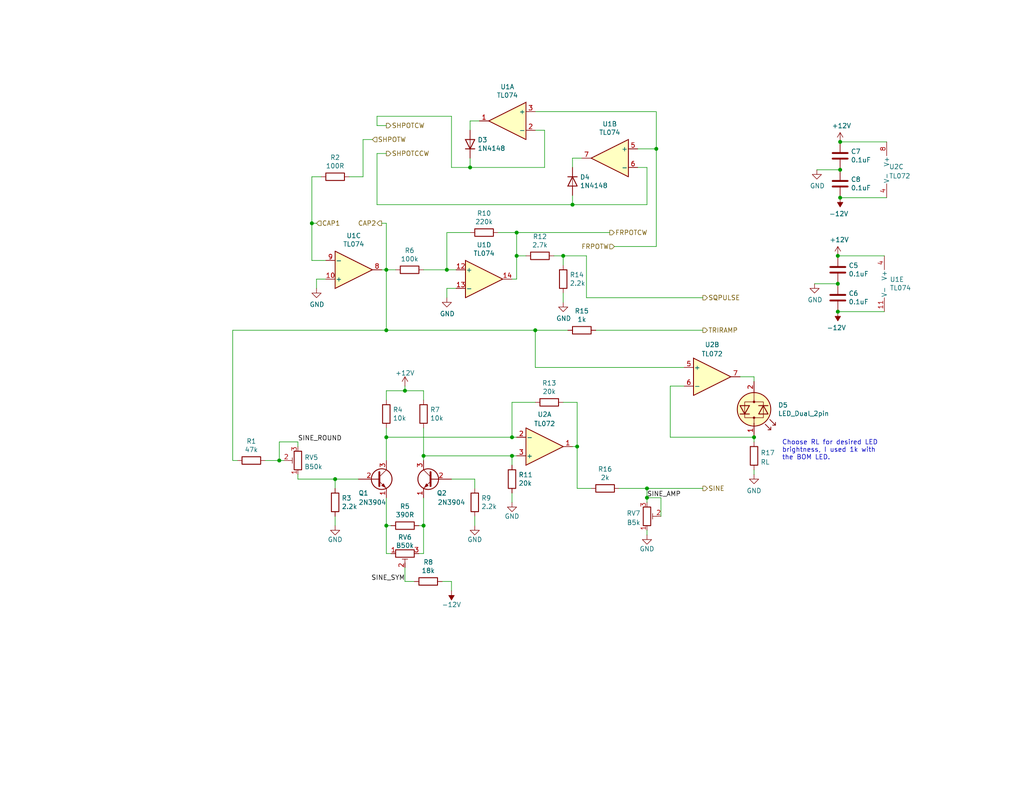
<source format=kicad_sch>
(kicad_sch (version 20211123) (generator eeschema)
  (paper "USLetter")
  (title_block (title "Variable waveshape LFO") (date "2022-03-28") (company "Rich Holmes / Analog Output") (comment 1 "Core based on https://kassu2000.blogspot.com/2015/10/variable-waveshape-lfo.html"))
  (lib_symbols
    (symbol "Amplifier_Operational:TL074" (pin_names (offset 0.127))
      (property "Reference" "U" (at 0 5.08 0))
      (property "Value" "TL074" (at 0 -5.08 0))
      (symbol "TL074_1_1"
        (polyline (pts (xy -5.08 5.08) (xy 5.08 0) (xy -5.08 -5.08) (xy -5.08 5.08)) (stroke (width 0.254)) (fill (type background)))
        (pin output line (at 7.62 0 180) (length 2.54) (name "~") (number "1"))
        (pin input line (at -7.62 -2.54 0) (length 2.54) (name "-") (number "2"))
        (pin input line (at -7.62 2.54 0) (length 2.54) (name "+") (number "3"))
      )
      (symbol "TL074_2_1"
        (polyline (pts (xy -5.08 5.08) (xy 5.08 0) (xy -5.08 -5.08) (xy -5.08 5.08)) (stroke (width 0.254)) (fill (type background)))
        (pin input line (at -7.62 2.54 0) (length 2.54) (name "+") (number "5"))
        (pin input line (at -7.62 -2.54 0) (length 2.54) (name "-") (number "6"))
        (pin output line (at 7.62 0 180) (length 2.54) (name "~") (number "7"))
      )
      (symbol "TL074_3_1"
        (polyline (pts (xy -5.08 5.08) (xy 5.08 0) (xy -5.08 -5.08) (xy -5.08 5.08)) (stroke (width 0.254)) (fill (type background)))
        (pin input line (at -7.62 2.54 0) (length 2.54) (name "+") (number "10"))
        (pin output line (at 7.62 0 180) (length 2.54) (name "~") (number "8"))
        (pin input line (at -7.62 -2.54 0) (length 2.54) (name "-") (number "9"))
      )
      (symbol "TL074_4_1"
        (polyline (pts (xy -5.08 5.08) (xy 5.08 0) (xy -5.08 -5.08) (xy -5.08 5.08)) (stroke (width 0.254)) (fill (type background)))
        (pin input line (at -7.62 2.54 0) (length 2.54) (name "+") (number "12"))
        (pin input line (at -7.62 -2.54 0) (length 2.54) (name "-") (number "13"))
        (pin output line (at 7.62 0 180) (length 2.54) (name "~") (number "14"))
      )
      (symbol "TL074_5_1"
        (pin power_in line (at -2.54 -7.62 90) (length 3.81) (name "V-") (number "11"))
        (pin power_in line (at -2.54 7.62 270) (length 3.81) (name "V+") (number "4"))
      )
    )
    (symbol "Device:C" (pin_numbers hide) (pin_names (offset 0.254))
      (property "Reference" "C" (at 0.635 2.54 0))
      (property "Value" "C" (at 0.635 -2.54 0))
      (symbol "C_0_1"
        (polyline (pts (xy -2.032 -0.762) (xy 2.032 -0.762)) (stroke (width 0.508)))
        (polyline (pts (xy -2.032 0.762) (xy 2.032 0.762)) (stroke (width 0.508)))
      )
      (symbol "C_1_1"
        (pin passive line (at 0 3.81 270) (length 2.794) (name "~") (number "1"))
        (pin passive line (at 0 -3.81 90) (length 2.794) (name "~") (number "2"))
      )
    )
    (symbol "Device:LED_Dual_Bidirectional" (pin_names (offset 0) hide)
      (property "Reference" "D" (at 0 5.715 0))
      (property "Value" "LED_Dual_Bidirectional" (at 0 -6.35 0))
      (symbol "LED_Dual_Bidirectional_0_1"
        (circle (center -2.032 0) (radius 0.254) (fill (type outline)))
        (polyline (pts (xy -4.572 0) (xy -2.54 0)))
        (polyline (pts (xy -2.032 0) (xy -2.54 0)))
        (polyline (pts (xy -1.016 3.81) (xy -1.016 1.27)) (stroke (width 0.254)))
        (polyline (pts (xy 1.27 -1.27) (xy 1.27 -3.81)) (stroke (width 0.254)))
        (polyline (pts (xy 4.064 0) (xy 2.286 0)) (fill (type outline)))
        (polyline (pts (xy 4.318 5.842) (xy 4.318 5.08)) (stroke (width 0.2032)))
        (polyline (pts (xy 5.588 4.572) (xy 5.588 3.81)) (stroke (width 0.2032)))
        (polyline (pts (xy 2.794 4.318) (xy 4.318 5.842) (xy 3.556 5.842)) (stroke (width 0.2032)))
        (polyline (pts (xy 4.064 3.048) (xy 5.588 4.572) (xy 4.826 4.572)) (stroke (width 0.2032)))
        (polyline (pts (xy -1.016 -1.27) (xy -1.016 -3.81) (xy 1.27 -2.54) (xy -1.016 -1.27)) (stroke (width 0.254)))
        (polyline (pts (xy 1.27 3.81) (xy 1.27 1.27) (xy -1.016 2.54) (xy 1.27 3.81)) (stroke (width 0.254)))
        (polyline (pts (xy 2.286 2.54) (xy -2.032 2.54) (xy -2.032 -2.54) (xy 2.286 -2.54) (xy 2.286 2.54)))
        (circle (center 0 0) (radius 4.572) (stroke (width 0.254)) (fill (type background)))
        (circle (center 2.286 0) (radius 0.254) (fill (type outline)))
      )
      (symbol "LED_Dual_Bidirectional_1_1"
        (pin input line (at 7.62 0 180) (length 3.81) (name "KA") (number "1"))
        (pin input line (at -7.62 0 0) (length 3.048) (name "AK") (number "2"))
      )
    )
    (symbol "Device:R" (pin_numbers hide) (pin_names (offset 0))
      (property "Reference" "R" (at 2.032 0 90))
      (property "Value" "R" (at 0 0 90))
      (symbol "R_0_1"
        (rectangle (start -1.016 -2.54) (end 1.016 2.54) (stroke (width 0.254)))
      )
      (symbol "R_1_1"
        (pin passive line (at 0 3.81 270) (length 1.27) (name "~") (number "1"))
        (pin passive line (at 0 -3.81 90) (length 1.27) (name "~") (number "2"))
      )
    )
    (symbol "Diode:1N4148" (pin_numbers hide) (pin_names (offset 1.016) hide)
      (property "Reference" "D" (at 0 2.54 0))
      (property "Value" "1N4148" (at 0 -2.54 0))
      (symbol "1N4148_0_1"
        (polyline (pts (xy -1.27 1.27) (xy -1.27 -1.27)) (stroke (width 0.254)))
        (polyline (pts (xy 1.27 0) (xy -1.27 0)))
        (polyline (pts (xy 1.27 1.27) (xy 1.27 -1.27) (xy -1.27 0) (xy 1.27 1.27)) (stroke (width 0.254)))
      )
      (symbol "1N4148_1_1"
        (pin passive line (at -3.81 0 0) (length 2.54) (name "K") (number "1"))
        (pin passive line (at 3.81 0 180) (length 2.54) (name "A") (number "2"))
      )
    )
    (symbol "ao_symbols:2N3904" (pin_names (offset 0) hide)
      (property "Reference" "Q" (at 5.08 1.905 0))
      (property "Value" "2N3904" (at 5.08 0 0))
      (symbol "2N3904_0_1"
        (polyline (pts (xy 0.635 0.635) (xy 2.54 2.54)))
        (polyline (pts (xy 0.635 -0.635) (xy 2.54 -2.54) (xy 2.54 -2.54)))
        (polyline (pts (xy 0.635 1.905) (xy 0.635 -1.905) (xy 0.635 -1.905)) (stroke (width 0.508)))
        (polyline (pts (xy 1.27 -1.778) (xy 1.778 -1.27) (xy 2.286 -2.286) (xy 1.27 -1.778) (xy 1.27 -1.778)) (fill (type outline)))
        (circle (center 1.27 0) (radius 2.8194) (stroke (width 0.254)))
      )
      (symbol "2N3904_1_1"
        (pin passive line (at 2.54 -5.08 90) (length 2.54) (name "E") (number "1"))
        (pin passive line (at -5.08 0 0) (length 5.715) (name "B") (number "2"))
        (pin passive line (at 2.54 5.08 270) (length 2.54) (name "C") (number "3"))
      )
    )
    (symbol "ao_symbols:R" (pin_numbers hide) (pin_names (offset 0))
      (property "Reference" "R" (at 2.032 0 90))
      (property "Value" "R" (at 0 0 90))
      (symbol "R_0_1"
        (rectangle (start -1.016 -2.54) (end 1.016 2.54) (stroke (width 0.254)))
      )
      (symbol "R_1_1"
        (pin passive line (at 0 3.81 270) (length 1.27) (name "~") (number "1"))
        (pin passive line (at 0 -3.81 90) (length 1.27) (name "~") (number "2"))
      )
    )
    (symbol "ao_symbols:R_POT_TRIM_3296W" (pin_names (offset 1.016) hide)
      (property "Reference" "RV" (at -4.445 0 90))
      (property "Value" "R_POT_TRIM_3296W" (at -2.54 0 90))
      (symbol "R_POT_TRIM_3296W_0_1"
        (polyline (pts (xy 1.524 0.762) (xy 1.524 -0.762)))
        (polyline (pts (xy 2.54 0) (xy 1.524 0)))
        (rectangle (start 1.016 2.54) (end -1.016 -2.54) (stroke (width 0.254)))
      )
      (symbol "R_POT_TRIM_3296W_1_1"
        (pin passive line (at 0 3.81 270) (length 1.27) (name "1") (number "1"))
        (pin passive line (at 3.81 0 180) (length 1.27) (name "2") (number "2"))
        (pin passive line (at 0 -3.81 90) (length 1.27) (name "3") (number "3"))
      )
    )
    (symbol "ao_symbols:TL072" (pin_names (offset 0.127))
      (property "Reference" "U" (at 0 5.08 0))
      (property "Value" "TL072" (at 0 -5.08 0))
      (symbol "TL072_1_1"
        (polyline (pts (xy -5.08 5.08) (xy 5.08 0) (xy -5.08 -5.08) (xy -5.08 5.08)) (stroke (width 0.254)) (fill (type background)))
        (pin output line (at 7.62 0 180) (length 2.54) (name "~") (number "1"))
        (pin input line (at -7.62 -2.54 0) (length 2.54) (name "-") (number "2"))
        (pin input line (at -7.62 2.54 0) (length 2.54) (name "+") (number "3"))
      )
      (symbol "TL072_2_1"
        (polyline (pts (xy -5.08 5.08) (xy 5.08 0) (xy -5.08 -5.08) (xy -5.08 5.08)) (stroke (width 0.254)) (fill (type background)))
        (pin input line (at -7.62 2.54 0) (length 2.54) (name "+") (number "5"))
        (pin input line (at -7.62 -2.54 0) (length 2.54) (name "-") (number "6"))
        (pin output line (at 7.62 0 180) (length 2.54) (name "~") (number "7"))
      )
      (symbol "TL072_3_1"
        (pin power_in line (at -2.54 -7.62 90) (length 3.81) (name "V-") (number "4"))
        (pin power_in line (at -2.54 7.62 270) (length 3.81) (name "V+") (number "8"))
      )
    )
    (symbol "power:+12V" (power) (pin_names (offset 0))
      (property "Value" "+12V" (at 0 3.556 0))
      (symbol "+12V_0_1"
        (polyline (pts (xy -0.762 1.27) (xy 0 2.54)))
        (polyline (pts (xy 0 0) (xy 0 2.54)))
        (polyline (pts (xy 0 2.54) (xy 0.762 1.27)))
      )
      (symbol "+12V_1_1"
        (pin power_in line (at 0 0 90) (length 0) hide (name "+12V") (number "1"))
      )
    )
    (symbol "power:-12V" (power) (pin_names (offset 0))
      (property "Value" "-12V" (at 0 3.81 0))
      (symbol "-12V_0_0"
        (pin power_in line (at 0 0 90) (length 0) hide (name "-12V") (number "1"))
      )
      (symbol "-12V_0_1"
        (polyline (pts (xy 0 0) (xy 0 1.27) (xy 0.762 1.27) (xy 0 2.54) (xy -0.762 1.27) (xy 0 1.27)) (fill (type outline)))
      )
    )
    (symbol "power:GND" (power) (pin_names (offset 0))
      (property "Value" "GND" (at 0 -3.81 0))
      (symbol "GND_0_1"
        (polyline (pts (xy 0 0) (xy 0 -1.27) (xy 1.27 -1.27) (xy 0 -2.54) (xy -1.27 -1.27) (xy 0 -1.27)))
      )
      (symbol "GND_1_1"
        (pin power_in line (at 0 0 270) (length 0) hide (name "GND") (number "1"))
      )
    )
  )
  (junction (at 153.67 69.85))
  (junction (at 229.235 53.975))
  (junction (at 85.09 60.96))
  (junction (at 115.57 124.46))
  (junction (at 115.57 143.51))
  (junction (at 146.05 90.17))
  (junction (at 91.44 130.81))
  (junction (at 139.7 124.46))
  (junction (at 121.92 73.66))
  (junction (at 228.6 69.85))
  (junction (at 228.6 77.47))
  (junction (at 176.53 133.35))
  (junction (at 105.41 143.51))
  (junction (at 105.41 90.17))
  (junction (at 179.07 40.64))
  (junction (at 76.2 125.73))
  (junction (at 176.53 135.89))
  (junction (at 140.97 69.85))
  (junction (at 128.27 45.72))
  (junction (at 157.48 121.92))
  (junction (at 105.41 73.66))
  (junction (at 156.21 55.88))
  (junction (at 229.235 46.355))
  (junction (at 140.97 63.5))
  (junction (at 229.235 38.735))
  (junction (at 110.49 106.68))
  (junction (at 205.74 119.38))
  (junction (at 139.7 119.38))
  (junction (at 105.41 119.38))
  (junction (at 228.6 85.09))
  (wire (pts (xy 140.97 63.5) (xy 140.97 69.85)))
  (wire (pts (xy 176.53 137.16) (xy 176.53 135.89)))
  (wire (pts (xy 81.28 130.81) (xy 91.44 130.81)))
  (wire (pts (xy 102.87 55.88) (xy 156.21 55.88)))
  (wire (pts (xy 88.9 76.2) (xy 86.36 76.2)))
  (wire (pts (xy 115.57 143.51) (xy 115.57 151.13)))
  (wire (pts (xy 176.53 55.88) (xy 176.53 45.72)))
  (wire (pts (xy 115.57 151.13) (xy 114.3 151.13)))
  (wire (pts (xy 128.27 35.56) (xy 128.27 33.02)))
  (wire (pts (xy 157.48 133.35) (xy 161.29 133.35)))
  (wire (pts (xy 139.7 119.38) (xy 140.97 119.38)))
  (wire (pts (xy 105.41 90.17) (xy 146.05 90.17)))
  (wire (pts (xy 99.06 38.1) (xy 101.6 38.1)))
  (wire (pts (xy 85.09 71.12) (xy 88.9 71.12)))
  (wire (pts (xy 85.09 60.96) (xy 86.36 60.96)))
  (wire (pts (xy 91.44 130.81) (xy 97.79 130.81)))
  (wire (pts (xy 129.54 140.97) (xy 129.54 143.51)))
  (wire (pts (xy 114.3 143.51) (xy 115.57 143.51)))
  (wire (pts (xy 63.5 125.73) (xy 63.5 90.17)))
  (wire (pts (xy 85.09 48.26) (xy 85.09 60.96)))
  (wire (pts (xy 222.25 77.47) (xy 228.6 77.47)))
  (wire (pts (xy 128.27 63.5) (xy 121.92 63.5)))
  (wire (pts (xy 157.48 109.855) (xy 157.48 121.92)))
  (wire (pts (xy 182.88 119.38) (xy 205.74 119.38)))
  (wire (pts (xy 153.67 69.85) (xy 160.02 69.85)))
  (wire (pts (xy 63.5 90.17) (xy 105.41 90.17)))
  (wire (pts (xy 115.57 73.66) (xy 121.92 73.66)))
  (wire (pts (xy 91.44 140.97) (xy 91.44 143.51)))
  (wire (pts (xy 160.02 81.28) (xy 160.02 69.85)))
  (wire (pts (xy 105.41 73.66) (xy 105.41 90.17)))
  (wire (pts (xy 228.6 85.09) (xy 241.3 85.09)))
  (wire (pts (xy 146.05 90.17) (xy 146.05 100.33)))
  (wire (pts (xy 146.05 30.48) (xy 179.07 30.48)))
  (wire (pts (xy 156.21 43.18) (xy 158.75 43.18)))
  (wire (pts (xy 105.41 125.73) (xy 105.41 119.38)))
  (wire (pts (xy 156.21 53.34) (xy 156.21 55.88)))
  (wire (pts (xy 115.57 109.22) (xy 115.57 106.68)))
  (wire (pts (xy 81.28 120.65) (xy 76.2 120.65)))
  (wire (pts (xy 176.53 133.35) (xy 191.77 133.35)))
  (wire (pts (xy 153.67 72.39) (xy 153.67 69.85)))
  (wire (pts (xy 139.7 124.46) (xy 140.97 124.46)))
  (wire (pts (xy 168.91 133.35) (xy 176.53 133.35)))
  (wire (pts (xy 180.34 135.89) (xy 176.53 135.89)))
  (wire (pts (xy 105.41 143.51) (xy 105.41 151.13)))
  (wire (pts (xy 63.5 125.73) (xy 64.77 125.73)))
  (wire (pts (xy 115.57 125.73) (xy 115.57 124.46)))
  (wire (pts (xy 129.54 130.81) (xy 129.54 133.35)))
  (wire (pts (xy 91.44 130.81) (xy 91.44 133.35)))
  (wire (pts (xy 153.67 69.85) (xy 151.13 69.85)))
  (wire (pts (xy 186.69 105.41) (xy 182.88 105.41)))
  (wire (pts (xy 139.7 134.62) (xy 139.7 137.16)))
  (wire (pts (xy 228.6 69.85) (xy 241.3 69.85)))
  (wire (pts (xy 176.53 146.05) (xy 176.53 144.78)))
  (wire (pts (xy 148.59 35.56) (xy 146.05 35.56)))
  (wire (pts (xy 123.19 31.75) (xy 123.19 45.72)))
  (wire (pts (xy 140.97 63.5) (xy 166.37 63.5)))
  (wire (pts (xy 146.05 90.17) (xy 154.94 90.17)))
  (wire (pts (xy 115.57 124.46) (xy 115.57 116.84)))
  (wire (pts (xy 157.48 121.92) (xy 156.21 121.92)))
  (wire (pts (xy 87.63 48.26) (xy 85.09 48.26)))
  (wire (pts (xy 139.7 109.855) (xy 139.7 119.38)))
  (wire (pts (xy 115.57 106.68) (xy 110.49 106.68)))
  (wire (pts (xy 105.41 135.89) (xy 105.41 143.51)))
  (wire (pts (xy 95.25 48.26) (xy 99.06 48.26)))
  (wire (pts (xy 182.88 105.41) (xy 182.88 119.38)))
  (wire (pts (xy 140.97 69.85) (xy 140.97 76.2)))
  (wire (pts (xy 139.7 76.2) (xy 140.97 76.2)))
  (wire (pts (xy 205.74 120.65) (xy 205.74 119.38)))
  (wire (pts (xy 156.21 55.88) (xy 176.53 55.88)))
  (wire (pts (xy 205.74 102.87) (xy 205.74 104.14)))
  (wire (pts (xy 86.36 76.2) (xy 86.36 78.74)))
  (wire (pts (xy 229.235 38.735) (xy 241.935 38.735)))
  (wire (pts (xy 105.41 109.22) (xy 105.41 106.68)))
  (wire (pts (xy 106.68 151.13) (xy 105.41 151.13)))
  (wire (pts (xy 121.92 63.5) (xy 121.92 73.66)))
  (wire (pts (xy 123.19 130.81) (xy 129.54 130.81)))
  (wire (pts (xy 81.28 129.54) (xy 81.28 130.81)))
  (wire (pts (xy 179.07 40.64) (xy 179.07 67.31)))
  (wire (pts (xy 229.235 53.975) (xy 241.935 53.975)))
  (wire (pts (xy 128.27 43.18) (xy 128.27 45.72)))
  (wire (pts (xy 106.68 143.51) (xy 105.41 143.51)))
  (wire (pts (xy 102.87 31.75) (xy 123.19 31.75)))
  (wire (pts (xy 128.27 45.72) (xy 148.59 45.72)))
  (wire (pts (xy 104.14 73.66) (xy 105.41 73.66)))
  (wire (pts (xy 99.06 38.1) (xy 99.06 48.26)))
  (wire (pts (xy 160.02 81.28) (xy 191.77 81.28)))
  (wire (pts (xy 124.46 78.74) (xy 121.92 78.74)))
  (wire (pts (xy 153.67 82.55) (xy 153.67 80.01)))
  (wire (pts (xy 205.74 129.54) (xy 205.74 128.27)))
  (wire (pts (xy 156.21 45.72) (xy 156.21 43.18)))
  (wire (pts (xy 115.57 124.46) (xy 139.7 124.46)))
  (wire (pts (xy 102.87 34.29) (xy 105.41 34.29)))
  (wire (pts (xy 102.87 34.29) (xy 102.87 31.75)))
  (wire (pts (xy 105.41 106.68) (xy 110.49 106.68)))
  (wire (pts (xy 180.34 140.97) (xy 180.34 135.89)))
  (wire (pts (xy 76.2 120.65) (xy 76.2 125.73)))
  (wire (pts (xy 104.14 60.96) (xy 105.41 60.96)))
  (wire (pts (xy 121.92 73.66) (xy 124.46 73.66)))
  (wire (pts (xy 176.53 45.72) (xy 173.99 45.72)))
  (wire (pts (xy 110.49 105.41) (xy 110.49 106.68)))
  (wire (pts (xy 76.2 125.73) (xy 77.47 125.73)))
  (wire (pts (xy 105.41 60.96) (xy 105.41 73.66)))
  (wire (pts (xy 146.05 100.33) (xy 186.69 100.33)))
  (wire (pts (xy 115.57 135.89) (xy 115.57 143.51)))
  (wire (pts (xy 105.41 73.66) (xy 107.95 73.66)))
  (wire (pts (xy 157.48 133.35) (xy 157.48 121.92)))
  (wire (pts (xy 153.67 109.855) (xy 157.48 109.855)))
  (wire (pts (xy 135.89 63.5) (xy 140.97 63.5)))
  (wire (pts (xy 146.05 109.855) (xy 139.7 109.855)))
  (wire (pts (xy 179.07 30.48) (xy 179.07 40.64)))
  (wire (pts (xy 162.56 90.17) (xy 191.77 90.17)))
  (wire (pts (xy 105.41 119.38) (xy 105.41 116.84)))
  (wire (pts (xy 123.19 158.75) (xy 123.19 161.29)))
  (wire (pts (xy 113.03 158.75) (xy 110.49 158.75)))
  (wire (pts (xy 123.19 45.72) (xy 128.27 45.72)))
  (wire (pts (xy 128.27 33.02) (xy 130.81 33.02)))
  (wire (pts (xy 173.99 40.64) (xy 179.07 40.64)))
  (wire (pts (xy 81.28 121.92) (xy 81.28 120.65)))
  (wire (pts (xy 148.59 45.72) (xy 148.59 35.56)))
  (wire (pts (xy 176.53 135.89) (xy 176.53 133.35)))
  (wire (pts (xy 85.09 60.96) (xy 85.09 71.12)))
  (wire (pts (xy 102.87 41.91) (xy 105.41 41.91)))
  (wire (pts (xy 72.39 125.73) (xy 76.2 125.73)))
  (wire (pts (xy 222.885 46.355) (xy 229.235 46.355)))
  (wire (pts (xy 105.41 119.38) (xy 139.7 119.38)))
  (wire (pts (xy 201.93 102.87) (xy 205.74 102.87)))
  (wire (pts (xy 120.65 158.75) (xy 123.19 158.75)))
  (wire (pts (xy 121.92 78.74) (xy 121.92 81.28)))
  (wire (pts (xy 102.87 41.91) (xy 102.87 55.88)))
  (wire (pts (xy 110.49 154.94) (xy 110.49 158.75)))
  (wire (pts (xy 140.97 69.85) (xy 143.51 69.85)))
  (wire (pts (xy 139.7 127) (xy 139.7 124.46)))
  (wire (pts (xy 167.64 67.31) (xy 179.07 67.31)))
  (text "Choose RL for desired LED\nbrightness, I used 1k with\nthe BOM LED." (at 213.36 125.73 0) (effects (font (size 1.27 1.27)) (justify left bottom)))
  (label "SINE_ROUND" (at 81.28 120.65 0))
  (label "SINE_AMP" (at 176.53 135.89 0))
  (label "SINE_SYM" (at 110.49 158.75 180))
  (hierarchical_label "SHPOTCW" (shape output) (at 105.41 34.29 0))
  (hierarchical_label "SQPULSE" (shape output) (at 191.77 81.28 0))
  (hierarchical_label "CAP2" (shape output) (at 104.14 60.96 180))
  (hierarchical_label "TRIRAMP" (shape output) (at 191.77 90.17 0))
  (hierarchical_label "SHPOTCCW" (shape output) (at 105.41 41.91 0))
  (hierarchical_label "FRPOTCW" (shape output) (at 166.37 63.5 0))
  (hierarchical_label "CAP1" (shape input) (at 86.36 60.96 0))
  (hierarchical_label "SINE" (shape output) (at 191.77 133.35 0))
  (hierarchical_label "FRPOTW" (shape input) (at 167.64 67.31 180))
  (hierarchical_label "SHPOTW" (shape input) (at 101.6 38.1 0))
  (symbol (lib_id "Device:R") (at 91.44 48.26 270) (unit 1)
    (property "Reference" "R2" (at 91.44 43.0022 90))
    (property "Value" "100R" (at 91.44 45.3136 90))
    (property "Footprint" "ao_tht:R_Axial_DIN0207_L6.3mm_D2.5mm_P10.16mm_Horizontal" (effects hide))
    (property "Vendor" "Tayda" (effects hide))
  )
  (symbol (lib_id "ao_symbols:R_POT_TRIM_3296W") (at 176.53 140.97 0) (mirror x) (unit 1)
    (property "Reference" "RV7" (at 174.7521 140.1353 0) (effects (justify right)))
    (property "Value" "B5k" (at 174.7521 142.6722 0) (effects (justify right)))
    (property "Footprint" "ao_tht:Potentiometer_Bourns_3296W_Vertical_standard" (effects hide))
    (property "Vendor" "Tayda" (effects hide))
    (property "SKU" "A-597" (effects hide))
  )
  (symbol (lib_id "Amplifier_Operational:TL074") (at 132.08 76.2 0) (unit 4)
    (property "Reference" "U1" (at 132.08 66.8782 0))
    (property "Value" "TL074" (at 132.08 69.1896 0))
    (property "Footprint" "ao_tht:DIP-14_W7.62mm_Socket_LongPads" (effects hide))
    (property "Datasheet" "http://www.ti.com/lit/ds/symlink/tl071.pdf" (effects hide))
    (property "SKU" "A-1138" (effects hide))
    (property "Vendor" "Tayda" (effects hide))
  )
  (symbol (lib_id "ao_symbols:R") (at 68.58 125.73 270) (unit 1)
    (property "Reference" "R1" (at 68.58 120.4722 90))
    (property "Value" "47k" (at 68.58 122.7836 90))
    (property "Footprint" "ao_tht:R_Axial_DIN0207_L6.3mm_D2.5mm_P10.16mm_Horizontal" (effects hide))
    (property "Vendor" "Tayda" (effects hide))
  )
  (symbol (lib_id "ao_symbols:R") (at 91.44 137.16 0) (unit 1)
    (property "Reference" "R3" (at 93.218 135.9916 0) (effects (justify left)))
    (property "Value" "2.2k" (at 93.218 138.303 0) (effects (justify left)))
    (property "Footprint" "ao_tht:R_Axial_DIN0207_L6.3mm_D2.5mm_P10.16mm_Horizontal" (effects hide))
    (property "Vendor" "Tayda" (effects hide))
  )
  (symbol (lib_id "power:-12V") (at 123.19 161.29 180) (unit 1)
    (property "Reference" "#PWR023" (effects hide))
    (property "Value" "-12V" (at 123.19 165.1 0))
  )
  (symbol (lib_id "Device:LED_Dual_Bidirectional") (at 205.74 111.76 270) (unit 1)
    (property "Reference" "D5" (at 212.2932 110.5916 90) (effects (justify left)))
    (property "Value" "LED_Dual_2pin" (at 212.2932 112.903 90) (effects (justify left)))
    (property "Footprint" "ao_tht:LED_D5.0mm" (effects hide))
    (property "SKU" "A-1050" (effects hide))
    (property "Vendor" "Tayda" (effects hide))
  )
  (symbol (lib_id "ao_symbols:R") (at 153.67 76.2 0) (unit 1)
    (property "Reference" "R14" (at 155.448 75.0316 0) (effects (justify left)))
    (property "Value" "2.2k" (at 155.448 77.343 0) (effects (justify left)))
    (property "Footprint" "ao_tht:R_Axial_DIN0207_L6.3mm_D2.5mm_P10.16mm_Horizontal" (effects hide))
    (property "Vendor" "Tayda" (effects hide))
  )
  (symbol (lib_id "power:GND") (at 129.54 143.51 0) (unit 1)
    (property "Reference" "#PWR024" (effects hide))
    (property "Value" "GND" (at 129.54 147.32 0))
  )
  (symbol (lib_id "ao_symbols:2N3904") (at 102.87 130.81 0) (unit 1)
    (property "Reference" "Q1" (at 97.79 134.62 0) (effects (justify left)))
    (property "Value" "2N3904" (at 119.38 137.16 0) (effects (justify left)))
    (property "Footprint" "ao_tht:TO-92_Inline_Wide" (effects hide))
    (property "Vendor" "Tayda" (effects hide))
    (property "SKU" "A-111" (effects hide))
  )
  (symbol (lib_id "ao_symbols:TL072") (at 244.475 46.355 0) (unit 3)
    (property "Reference" "U2" (at 242.57 45.5203 0) (effects (justify left)))
    (property "Value" "TL072" (at 242.57 48.0572 0) (effects (justify left)))
    (property "Footprint" "ao_tht:DIP-8_W7.62mm_Socket_LongPads" (effects hide))
    (property "Vendor" "Tayda" (effects hide))
    (property "SKU" "A-037" (effects hide))
  )
  (symbol (lib_id "power:GND") (at 222.25 77.47 0) (unit 1)
    (property "Reference" "#PWR029" (effects hide))
    (property "Value" "GND" (at 222.377 81.8642 0))
  )
  (symbol (lib_id "power:GND") (at 153.67 82.55 0) (unit 1)
    (property "Reference" "#PWR026" (effects hide))
    (property "Value" "GND" (at 153.797 86.9442 0))
  )
  (symbol (lib_id "ao_symbols:R_POT_TRIM_3296W") (at 81.28 125.73 180) (unit 1)
    (property "Reference" "RV5" (at 83.058 124.8953 0) (effects (justify right)))
    (property "Value" "B50k" (at 83.058 127.4322 0) (effects (justify right)))
    (property "Footprint" "ao_tht:Potentiometer_Bourns_3296W_Vertical_standard" (effects hide))
    (property "Vendor" "Tayda" (effects hide))
    (property "SKU" "A-598" (effects hide))
  )
  (symbol (lib_id "power:-12V") (at 229.235 53.975 180) (unit 1)
    (property "Reference" "#PWR034" (effects hide))
    (property "Value" "-12V" (at 228.854 58.3692 0))
  )
  (symbol (lib_id "Device:C") (at 229.235 42.545 0) (unit 1)
    (property "Reference" "C7" (at 232.156 41.3766 0) (effects (justify left)))
    (property "Value" "0.1uF" (at 232.156 43.688 0) (effects (justify left)))
    (property "Footprint" "ao_tht:C_Disc_D3.0mm_W1.6mm_P2.50mm" (effects hide))
    (property "Description" "Ceramic capacitor, pitch 2.5 mm" (effects hide))
    (property "SKU" "A-553" (effects hide))
    (property "Vendor" "Tayda" (effects hide))
  )
  (symbol (lib_id "power:GND") (at 222.885 46.355 0) (unit 1)
    (property "Reference" "#PWR030" (effects hide))
    (property "Value" "GND" (at 223.012 50.7492 0))
  )
  (symbol (lib_id "power:+12V") (at 110.49 105.41 0) (unit 1)
    (property "Reference" "#PWR021" (effects hide))
    (property "Value" "+12V" (at 110.49 101.854 0))
  )
  (symbol (lib_id "Diode:1N4148") (at 128.27 39.37 90) (unit 1)
    (property "Reference" "D3" (at 130.302 38.2016 90) (effects (justify right)))
    (property "Value" "1N4148" (at 130.302 40.513 90) (effects (justify right)))
    (property "Footprint" "ao_tht:D_DO-35_SOD27_P7.62mm_Horizontal" (effects hide))
    (property "Datasheet" "https://assets.nexperia.com/documents/data-sheet/1N4148_1N4448.pdf" (effects hide))
    (property "SKU" "A-157" (effects hide))
    (property "Vendor" "Tayda" (effects hide))
  )
  (symbol (lib_id "ao_symbols:R") (at 129.54 137.16 0) (unit 1)
    (property "Reference" "R9" (at 131.318 135.9916 0) (effects (justify left)))
    (property "Value" "2.2k" (at 131.318 138.303 0) (effects (justify left)))
    (property "Footprint" "ao_tht:R_Axial_DIN0207_L6.3mm_D2.5mm_P10.16mm_Horizontal" (effects hide))
    (property "Vendor" "Tayda" (effects hide))
  )
  (symbol (lib_id "ao_symbols:R") (at 139.7 130.81 0) (unit 1)
    (property "Reference" "R11" (at 141.478 129.6416 0) (effects (justify left)))
    (property "Value" "20k" (at 141.478 131.953 0) (effects (justify left)))
    (property "Footprint" "ao_tht:R_Axial_DIN0207_L6.3mm_D2.5mm_P10.16mm_Horizontal" (effects hide))
    (property "Vendor" "Tayda" (effects hide))
  )
  (symbol (lib_id "ao_symbols:R") (at 205.74 124.46 0) (unit 1)
    (property "Reference" "R17" (at 207.518 123.6253 0) (effects (justify left)))
    (property "Value" "RL" (at 207.518 126.1622 0) (effects (justify left)))
    (property "Footprint" "ao_tht:R_Axial_DIN0207_L6.3mm_D2.5mm_P10.16mm_Horizontal" (effects hide))
    (property "Vendor" "Tayda" (effects hide))
  )
  (symbol (lib_id "Device:R") (at 147.32 69.85 270) (unit 1)
    (property "Reference" "R12" (at 147.32 64.5922 90))
    (property "Value" "2.7k" (at 147.32 66.9036 90))
    (property "Footprint" "ao_tht:R_Axial_DIN0207_L6.3mm_D2.5mm_P10.16mm_Horizontal" (effects hide))
    (property "Vendor" "Tayda" (effects hide))
  )
  (symbol (lib_id "ao_symbols:2N3904") (at 118.11 130.81 0) (mirror y) (unit 1)
    (property "Reference" "Q2" (at 121.92 134.62 0) (effects (justify left)))
    (property "Value" "2N3904" (at 105.41 137.16 0) (effects (justify left)))
    (property "Footprint" "ao_tht:TO-92_Inline_Wide" (effects hide))
    (property "Vendor" "Tayda" (effects hide))
    (property "SKU" "A-111" (effects hide))
  )
  (symbol (lib_id "power:+12V") (at 228.6 69.85 0) (unit 1)
    (property "Reference" "#PWR031" (effects hide))
    (property "Value" "+12V" (at 228.981 65.4558 0))
  )
  (symbol (lib_id "Amplifier_Operational:TL074") (at 96.52 73.66 0) (mirror x) (unit 3)
    (property "Reference" "U1" (at 96.52 64.3382 0))
    (property "Value" "TL074" (at 96.52 66.6496 0))
    (property "Footprint" "ao_tht:DIP-14_W7.62mm_Socket_LongPads" (effects hide))
    (property "Datasheet" "http://www.ti.com/lit/ds/symlink/tl071.pdf" (effects hide))
    (property "SKU" "A-1138" (effects hide))
    (property "Vendor" "Tayda" (effects hide))
  )
  (symbol (lib_id "Device:C") (at 229.235 50.165 0) (unit 1)
    (property "Reference" "C8" (at 232.156 48.9966 0) (effects (justify left)))
    (property "Value" "0.1uF" (at 232.156 51.308 0) (effects (justify left)))
    (property "Footprint" "ao_tht:C_Disc_D3.0mm_W1.6mm_P2.50mm" (effects hide))
    (property "Description" "Ceramic capacitor, pitch 2.5 mm" (effects hide))
    (property "SKU" "A-553" (effects hide))
    (property "Vendor" "Tayda" (effects hide))
  )
  (symbol (lib_id "power:GND") (at 176.53 146.05 0) (unit 1)
    (property "Reference" "#PWR027" (effects hide))
    (property "Value" "GND" (at 176.53 149.86 0))
  )
  (symbol (lib_id "power:GND") (at 139.7 137.16 0) (unit 1)
    (property "Reference" "#PWR025" (effects hide))
    (property "Value" "GND" (at 139.7 140.97 0))
  )
  (symbol (lib_id "power:GND") (at 86.36 78.74 0) (unit 1)
    (property "Reference" "#PWR019" (effects hide))
    (property "Value" "GND" (at 86.487 83.1342 0))
  )
  (symbol (lib_id "Device:R") (at 111.76 73.66 270) (unit 1)
    (property "Reference" "R6" (at 111.76 68.4022 90))
    (property "Value" "100k" (at 111.76 70.7136 90))
    (property "Footprint" "ao_tht:R_Axial_DIN0207_L6.3mm_D2.5mm_P10.16mm_Horizontal" (effects hide))
    (property "Vendor" "Tayda" (effects hide))
  )
  (symbol (lib_id "Amplifier_Operational:TL074") (at 138.43 33.02 0) (mirror y) (unit 1)
    (property "Reference" "U1" (at 138.43 23.6982 0))
    (property "Value" "TL074" (at 138.43 26.0096 0))
    (property "Footprint" "ao_tht:DIP-14_W7.62mm_Socket_LongPads" (effects hide))
    (property "Datasheet" "http://www.ti.com/lit/ds/symlink/tl071.pdf" (effects hide))
    (property "SKU" "A-1138" (effects hide))
    (property "Vendor" "Tayda" (effects hide))
  )
  (symbol (lib_id "Device:C") (at 228.6 73.66 0) (unit 1)
    (property "Reference" "C5" (at 231.521 72.4916 0) (effects (justify left)))
    (property "Value" "0.1uF" (at 231.521 74.803 0) (effects (justify left)))
    (property "Footprint" "ao_tht:C_Disc_D3.0mm_W1.6mm_P2.50mm" (effects hide))
    (property "Description" "Ceramic capacitor, pitch 2.5 mm" (effects hide))
    (property "SKU" "A-553" (effects hide))
    (property "Vendor" "Tayda" (effects hide))
  )
  (symbol (lib_id "Amplifier_Operational:TL074") (at 166.37 43.18 0) (mirror y) (unit 2)
    (property "Reference" "U1" (at 166.37 33.8582 0))
    (property "Value" "TL074" (at 166.37 36.1696 0))
    (property "Footprint" "ao_tht:DIP-14_W7.62mm_Socket_LongPads" (effects hide))
    (property "Datasheet" "http://www.ti.com/lit/ds/symlink/tl071.pdf" (effects hide))
    (property "SKU" "A-1138" (effects hide))
    (property "Vendor" "Tayda" (effects hide))
  )
  (symbol (lib_id "ao_symbols:R") (at 115.57 113.03 0) (unit 1)
    (property "Reference" "R7" (at 117.348 111.8616 0) (effects (justify left)))
    (property "Value" "10k" (at 117.348 114.173 0) (effects (justify left)))
    (property "Footprint" "ao_tht:R_Axial_DIN0207_L6.3mm_D2.5mm_P10.16mm_Horizontal" (effects hide))
    (property "Vendor" "Tayda" (effects hide))
  )
  (symbol (lib_id "ao_symbols:R") (at 116.84 158.75 270) (unit 1)
    (property "Reference" "R8" (at 116.84 153.4922 90))
    (property "Value" "18k" (at 116.84 155.8036 90))
    (property "Footprint" "ao_tht:R_Axial_DIN0207_L6.3mm_D2.5mm_P10.16mm_Horizontal" (effects hide))
    (property "Vendor" "Tayda" (effects hide))
  )
  (symbol (lib_id "Device:C") (at 228.6 81.28 0) (unit 1)
    (property "Reference" "C6" (at 231.521 80.1116 0) (effects (justify left)))
    (property "Value" "0.1uF" (at 231.521 82.423 0) (effects (justify left)))
    (property "Footprint" "ao_tht:C_Disc_D3.0mm_W1.6mm_P2.50mm" (effects hide))
    (property "Description" "Ceramic capacitor, pitch 2.5 mm" (effects hide))
    (property "SKU" "A-553" (effects hide))
    (property "Vendor" "Tayda" (effects hide))
  )
  (symbol (lib_id "Device:R") (at 132.08 63.5 270) (unit 1)
    (property "Reference" "R10" (at 132.08 58.2422 90))
    (property "Value" "220k" (at 132.08 60.5536 90))
    (property "Footprint" "ao_tht:R_Axial_DIN0207_L6.3mm_D2.5mm_P10.16mm_Horizontal" (effects hide))
    (property "Vendor" "Tayda" (effects hide))
  )
  (symbol (lib_id "Diode:1N4148") (at 156.21 49.53 90) (mirror x) (unit 1)
    (property "Reference" "D4" (at 158.242 48.3616 90) (effects (justify right)))
    (property "Value" "1N4148" (at 158.242 50.673 90) (effects (justify right)))
    (property "Footprint" "ao_tht:D_DO-35_SOD27_P7.62mm_Horizontal" (effects hide))
    (property "Datasheet" "https://assets.nexperia.com/documents/data-sheet/1N4148_1N4448.pdf" (effects hide))
    (property "SKU" "A-157" (effects hide))
    (property "Vendor" "Tayda" (effects hide))
  )
  (symbol (lib_id "power:GND") (at 91.44 143.51 0) (unit 1)
    (property "Reference" "#PWR020" (effects hide))
    (property "Value" "GND" (at 91.44 147.32 0))
  )
  (symbol (lib_id "ao_symbols:R") (at 165.1 133.35 270) (unit 1)
    (property "Reference" "R16" (at 165.1 128.0922 90))
    (property "Value" "2k" (at 165.1 130.4036 90))
    (property "Footprint" "ao_tht:R_Axial_DIN0207_L6.3mm_D2.5mm_P10.16mm_Horizontal" (effects hide))
    (property "Vendor" "Tayda" (effects hide))
  )
  (symbol (lib_id "ao_symbols:TL072") (at 148.59 121.92 0) (mirror x) (unit 1)
    (property "Reference" "U2" (at 148.59 113.1402 0))
    (property "Value" "TL072" (at 148.59 115.6771 0))
    (property "Footprint" "ao_tht:DIP-8_W7.62mm_Socket_LongPads" (effects hide))
    (property "Vendor" "Tayda" (effects hide))
    (property "SKU" "A-037" (effects hide))
  )
  (symbol (lib_id "ao_symbols:R") (at 149.86 109.855 270) (unit 1)
    (property "Reference" "R13" (at 149.86 104.5972 90))
    (property "Value" "20k" (at 149.86 106.9086 90))
    (property "Footprint" "ao_tht:R_Axial_DIN0207_L6.3mm_D2.5mm_P10.16mm_Horizontal" (effects hide))
    (property "Vendor" "Tayda" (effects hide))
  )
  (symbol (lib_id "power:GND") (at 121.92 81.28 0) (unit 1)
    (property "Reference" "#PWR022" (effects hide))
    (property "Value" "GND" (at 122.047 85.6742 0))
  )
  (symbol (lib_id "Amplifier_Operational:TL074") (at 243.84 77.47 0) (unit 5)
    (property "Reference" "U1" (at 242.7732 76.3016 0) (effects (justify left)))
    (property "Value" "TL074" (at 242.7732 78.613 0) (effects (justify left)))
    (property "Footprint" "ao_tht:DIP-14_W7.62mm_Socket_LongPads" (effects hide))
    (property "Datasheet" "http://www.ti.com/lit/ds/symlink/tl071.pdf" (effects hide))
    (property "SKU" "A-1138" (effects hide))
    (property "Vendor" "Tayda" (effects hide))
  )
  (symbol (lib_id "ao_symbols:R") (at 105.41 113.03 0) (mirror y) (unit 1)
    (property "Reference" "R4" (at 107.188 111.8616 0) (effects (justify right)))
    (property "Value" "10k" (at 107.188 114.173 0) (effects (justify right)))
    (property "Footprint" "ao_tht:R_Axial_DIN0207_L6.3mm_D2.5mm_P10.16mm_Horizontal" (effects hide))
    (property "Vendor" "Tayda" (effects hide))
  )
  (symbol (lib_id "power:+12V") (at 229.235 38.735 0) (unit 1)
    (property "Reference" "#PWR033" (effects hide))
    (property "Value" "+12V" (at 229.616 34.3408 0))
  )
  (symbol (lib_id "power:-12V") (at 228.6 85.09 180) (unit 1)
    (property "Reference" "#PWR032" (effects hide))
    (property "Value" "-12V" (at 228.219 89.4842 0))
  )
  (symbol (lib_id "Device:R") (at 158.75 90.17 270) (unit 1)
    (property "Reference" "R15" (at 158.75 84.9122 90))
    (property "Value" "1k" (at 158.75 87.2236 90))
    (property "Footprint" "ao_tht:R_Axial_DIN0207_L6.3mm_D2.5mm_P10.16mm_Horizontal" (effects hide))
    (property "Vendor" "Tayda" (effects hide))
  )
  (symbol (lib_id "ao_symbols:TL072") (at 194.31 102.87 0) (unit 2)
    (property "Reference" "U2" (at 194.31 94.0902 0))
    (property "Value" "TL072" (at 194.31 96.6271 0))
    (property "Footprint" "ao_tht:DIP-8_W7.62mm_Socket_LongPads" (effects hide))
    (property "Vendor" "Tayda" (effects hide))
    (property "SKU" "A-037" (effects hide))
  )
  (symbol (lib_id "ao_symbols:R_POT_TRIM_3296W") (at 110.49 151.13 90) (mirror x) (unit 1)
    (property "Reference" "RV6" (at 110.49 146.685 90))
    (property "Value" "B50k" (at 110.49 148.9226 90))
    (property "Footprint" "ao_tht:Potentiometer_Bourns_3296W_Vertical_standard" (effects hide))
    (property "Vendor" "Tayda" (effects hide))
    (property "SKU" "A-598" (effects hide))
  )
  (symbol (lib_id "power:GND") (at 205.74 129.54 0) (unit 1)
    (property "Reference" "#PWR028" (effects hide))
    (property "Value" "GND" (at 205.74 133.9834 0))
  )
  (symbol (lib_id "ao_symbols:R") (at 110.49 143.51 270) (unit 1)
    (property "Reference" "R5" (at 110.49 138.2522 90))
    (property "Value" "390R" (at 110.49 140.5636 90))
    (property "Footprint" "ao_tht:R_Axial_DIN0207_L6.3mm_D2.5mm_P10.16mm_Horizontal" (effects hide))
    (property "Vendor" "Tayda" (effects hide))
  )
)
</source>
